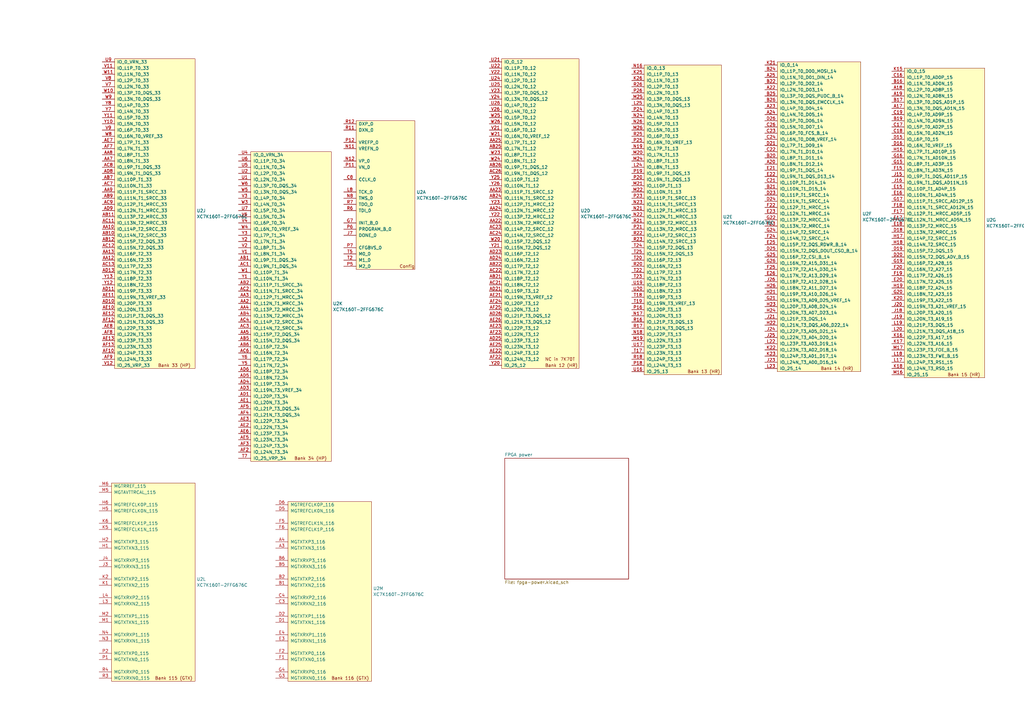
<source format=kicad_sch>
(kicad_sch (version 20231120) (generator "eeschema") (generator_version "8.0")
  (paper "A3")
  (title_block (title "AYRTON Main Board") (date "2024-11-15") (rev "0.1") (company "Antikernel Labs") (comment 1 "Andrew D. Zonenberg"))
  (symbol (lib_id "xilinx-azonenberg:XC7KxT-FFG676") (at 477.52 153.67 0) (unit 9)
    (property "Reference" "U2" (at 511.175 88.9578 0) (effects (justify left)))
    (property "Value" "XC7K160T-2FFG676C" (at 511.175 91.3821 0) (effects (justify left)))
  )
  (symbol (lib_id "xilinx-azonenberg:XC7KxT-FFG676") (at 318.77 152.4 0) (unit 6)
    (property "Reference" "U2" (at 353.695 87.6878 0) (effects (justify left)))
    (property "Value" "XC7K160T-2FFG676C" (at 353.695 90.1121 0) (effects (justify left)))
  )
  (symbol (lib_id "xilinx-azonenberg:XC7KxT-FFG676") (at 429.26 152.4 0) (unit 8)
    (property "Reference" "U2" (at 462.915 87.6878 0) (effects (justify left)))
    (property "Value" "XC7K160T-2FFG676C" (at 462.915 90.1121 0) (effects (justify left)))
  )
  (symbol (lib_id "xilinx-azonenberg:XC7KxT-FFG676") (at 264.16 153.67 0) (unit 5)
    (property "Reference" "U2" (at 296.545 88.9578 0) (effects (justify left)))
    (property "Value" "XC7K160T-2FFG676C" (at 296.545 91.3821 0) (effects (justify left)))
  )
  (symbol (lib_id "xilinx-azonenberg:XC7KxT-FFG676") (at 146.05 110.49 0) (unit 1)
    (property "Reference" "U2" (at 170.815 78.7978 0) (effects (justify left)))
    (property "Value" "XC7K160T-2FFG676C" (at 170.815 81.2221 0) (effects (justify left)))
  )
  (symbol (lib_id "xilinx-azonenberg:XC7KxT-FFG676") (at 45.72 279.4 0) (unit 12)
    (property "Reference" "U2" (at 80.645 237.5478 0) (effects (justify left)))
    (property "Value" "XC7K160T-2FFG676C" (at 80.645 239.9721 0) (effects (justify left)))
  )
  (symbol (lib_id "xilinx-azonenberg:XC7KxT-FFG676") (at 370.84 154.94 0) (unit 7)
    (property "Reference" "U2" (at 404.495 90.2278 0) (effects (justify left)))
    (property "Value" "XC7K160T-2FFG676C" (at 404.495 92.6521 0) (effects (justify left)))
  )
  (symbol (lib_id "xilinx-azonenberg:XC7KxT-FFG676") (at 118.11 279.4 0) (unit 13)
    (property "Reference" "U2" (at 153.035 241.3578 0) (effects (justify left)))
    (property "Value" "XC7K160T-2FFG676C" (at 153.035 243.7821 0) (effects (justify left)))
  )
  (symbol (lib_id "xilinx-azonenberg:XC7KxT-FFG676") (at 46.99 151.13 0) (unit 10)
    (property "Reference" "U2" (at 80.645 86.4178 0) (effects (justify left)))
    (property "Value" "XC7K160T-2FFG676C" (at 80.645 88.8421 0) (effects (justify left)))
  )
  (symbol (lib_id "xilinx-azonenberg:XC7KxT-FFG676") (at 102.87 189.23 0) (unit 11)
    (property "Reference" "U2" (at 136.525 124.5178 0) (effects (justify left)))
    (property "Value" "XC7K160T-2FFG676C" (at 136.525 126.9421 0) (effects (justify left)))
  )
  (symbol (lib_id "xilinx-azonenberg:XC7KxT-FFG676") (at 205.74 151.13 0) (unit 4)
    (property "Reference" "U2" (at 238.125 86.4178 0) (effects (justify left)))
    (property "Value" "XC7K160T-2FFG676C" (at 238.125 88.8421 0) (effects (justify left)))
  )
  (sheet (at 207.01 187.96) (size 50.8 49.53) (stroke (width 0.1524))
    (property "Sheetname" "FPGA power" (at 207.01 187.2484 0) (effects (justify left bottom)))
    (property "Sheetfile" "fpga-power.kicad_sch" (at 207.01 238.0746 0) (effects (justify left top)))
  )
)
</source>
